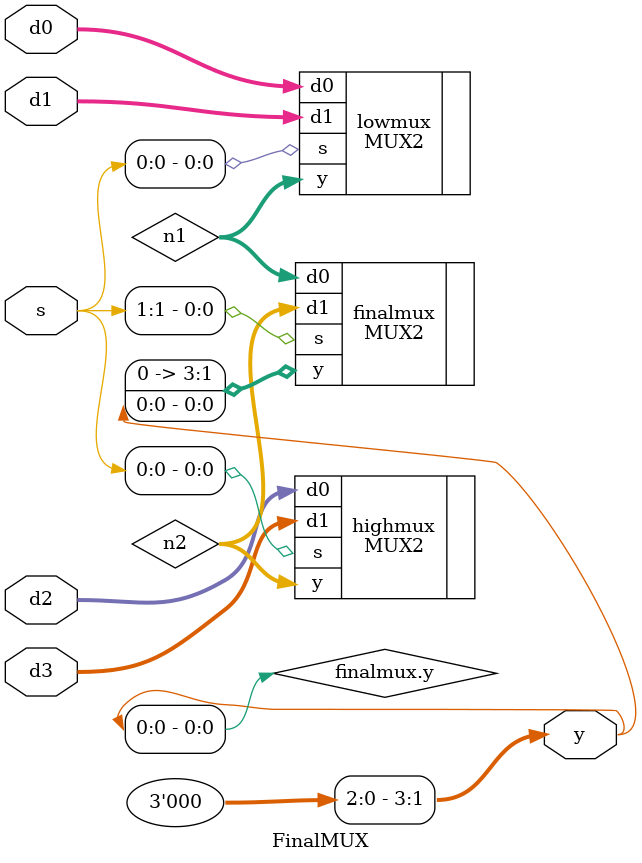
<source format=sv>
`timescale 1ns / 1ps


module FinalMUX(d0, d1,d2,d3,s,y);
input logic [3:0] d0, d1,d2,d3;
input logic [1:0] s;
output logic [3:0] y ;
wire[3:0] n1,n2;


MUX2 lowmux (.s(s[0]),.d0(d0), .d1(d1), .y(n1));
MUX2 highmux (.s(s[0]),.d0(d2), .d1(d3), .y(n2));
MUX2 finalmux (.s(s[1]),.d0(n1), .d1(n2), .y(y));

assign y = finalmux.y;

endmodule

</source>
